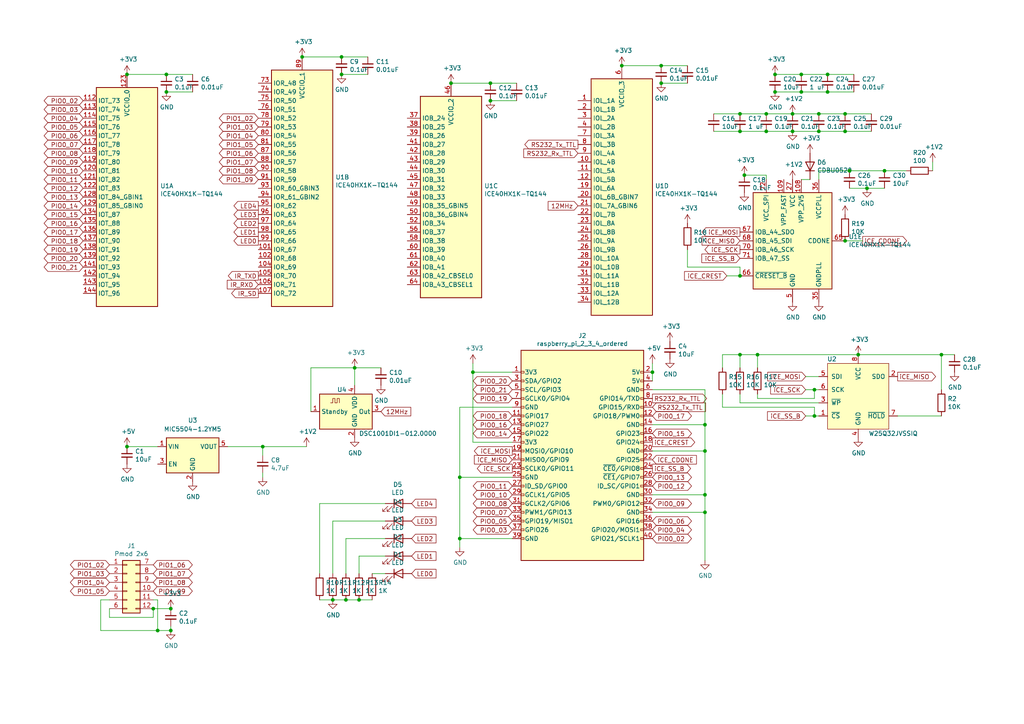
<source format=kicad_sch>
(kicad_sch (version 20211123) (generator eeschema)
  (paper "A4")
  (title_block (title "ice4pi-2.2"))
  (junction (at 189.23 107.95))
  (junction (at 237.49 33.02))
  (junction (at 99.06 21.59))
  (junction (at 251.46 54.61))
  (junction (at 142.24 29.21))
  (junction (at 96.52 173.99))
  (junction (at 133.35 156.21))
  (junction (at 48.26 26.67))
  (junction (at 44.45 176.53))
  (junction (at 36.83 21.59))
  (junction (at 214.63 38.1))
  (junction (at 191.77 24.13))
  (junction (at 130.81 24.13))
  (junction (at 48.26 21.59))
  (junction (at 100.33 173.99))
  (junction (at 248.92 102.87))
  (junction (at 240.03 26.67))
  (junction (at 232.41 26.67))
  (junction (at 222.25 33.02))
  (junction (at 215.9 50.8))
  (junction (at 133.35 138.43))
  (junction (at 214.63 33.02))
  (junction (at 214.63 102.87))
  (junction (at 245.11 33.02))
  (junction (at 219.71 102.87))
  (junction (at 222.25 38.1))
  (junction (at 236.22 113.03))
  (junction (at 49.53 176.53))
  (junction (at 245.11 38.1))
  (junction (at 204.47 123.19))
  (junction (at 214.63 80.01))
  (junction (at 245.11 69.85))
  (junction (at 229.87 38.1))
  (junction (at 49.53 182.88))
  (junction (at 229.87 33.02))
  (junction (at 232.41 21.59))
  (junction (at 273.05 102.87))
  (junction (at 102.87 106.68))
  (junction (at 36.83 129.54))
  (junction (at 237.49 38.1))
  (junction (at 191.77 19.05))
  (junction (at 256.54 49.53))
  (junction (at 224.79 21.59))
  (junction (at 87.63 16.51))
  (junction (at 236.22 120.65))
  (junction (at 246.38 49.53))
  (junction (at 240.03 21.59))
  (junction (at 76.2 129.54))
  (junction (at 180.34 19.05))
  (junction (at 137.16 107.95))
  (junction (at 224.79 26.67))
  (junction (at 204.47 148.59))
  (junction (at 99.06 16.51))
  (junction (at 104.14 173.99))
  (junction (at 45.72 182.88))
  (junction (at 204.47 130.81))
  (junction (at 142.24 24.13))
  (junction (at 204.47 143.51))
  (wire (pts (xy 90.17 106.68) (xy 90.17 119.38)))
  (wire (pts (xy 45.72 182.88) (xy 49.53 182.88)))
  (wire (pts (xy 237.49 49.53) (xy 246.38 49.53)))
  (wire (pts (xy 137.16 107.95) (xy 137.16 105.41)))
  (wire (pts (xy 99.06 21.59) (xy 106.68 21.59)))
  (wire (pts (xy 232.41 26.67) (xy 240.03 26.67)))
  (wire (pts (xy 189.23 113.03) (xy 204.47 113.03)))
  (wire (pts (xy 273.05 113.03) (xy 273.05 102.87)))
  (wire (pts (xy 189.23 107.95) (xy 189.23 105.41)))
  (wire (pts (xy 96.52 151.13) (xy 96.52 166.37)))
  (wire (pts (xy 245.11 38.1) (xy 252.73 38.1)))
  (wire (pts (xy 133.35 156.21) (xy 133.35 158.75)))
  (wire (pts (xy 55.88 21.59) (xy 48.26 21.59)))
  (wire (pts (xy 111.76 151.13) (xy 96.52 151.13)))
  (wire (pts (xy 107.95 173.99) (xy 104.14 173.99)))
  (wire (pts (xy 237.49 38.1) (xy 245.11 38.1)))
  (wire (pts (xy 96.52 173.99) (xy 92.71 173.99)))
  (wire (pts (xy 245.11 33.02) (xy 252.73 33.02)))
  (wire (pts (xy 76.2 138.43) (xy 76.2 137.16)))
  (wire (pts (xy 29.21 173.99) (xy 29.21 182.88)))
  (wire (pts (xy 222.25 33.02) (xy 229.87 33.02)))
  (wire (pts (xy 44.45 179.07) (xy 44.45 176.53)))
  (wire (pts (xy 199.39 72.39) (xy 199.39 77.47)))
  (wire (pts (xy 214.63 77.47) (xy 214.63 80.01)))
  (wire (pts (xy 142.24 24.13) (xy 130.81 24.13)))
  (wire (pts (xy 207.01 38.1) (xy 214.63 38.1)))
  (wire (pts (xy 219.71 102.87) (xy 248.92 102.87)))
  (wire (pts (xy 214.63 38.1) (xy 222.25 38.1)))
  (wire (pts (xy 102.87 106.68) (xy 110.49 106.68)))
  (wire (pts (xy 149.86 24.13) (xy 142.24 24.13)))
  (wire (pts (xy 214.63 106.68) (xy 214.63 102.87)))
  (wire (pts (xy 229.87 38.1) (xy 237.49 38.1)))
  (wire (pts (xy 219.71 115.57) (xy 219.71 114.3)))
  (wire (pts (xy 92.71 166.37) (xy 92.71 146.05)))
  (wire (pts (xy 44.45 176.53) (xy 49.53 176.53)))
  (wire (pts (xy 256.54 49.53) (xy 246.38 49.53)))
  (wire (pts (xy 273.05 102.87) (xy 248.92 102.87)))
  (wire (pts (xy 214.63 116.84) (xy 214.63 114.3)))
  (wire (pts (xy 48.26 21.59) (xy 36.83 21.59)))
  (wire (pts (xy 204.47 143.51) (xy 204.47 148.59)))
  (wire (pts (xy 236.22 120.65) (xy 236.22 118.11)))
  (wire (pts (xy 250.19 69.85) (xy 245.11 69.85)))
  (wire (pts (xy 133.35 138.43) (xy 133.35 156.21)))
  (wire (pts (xy 148.59 138.43) (xy 133.35 138.43)))
  (wire (pts (xy 31.75 179.07) (xy 44.45 179.07)))
  (wire (pts (xy 270.51 46.99) (xy 270.51 49.53)))
  (wire (pts (xy 209.55 106.68) (xy 209.55 102.87)))
  (wire (pts (xy 100.33 156.21) (xy 100.33 166.37)))
  (wire (pts (xy 189.23 107.95) (xy 189.23 110.49)))
  (wire (pts (xy 137.16 128.27) (xy 148.59 128.27)))
  (wire (pts (xy 222.25 38.1) (xy 229.87 38.1)))
  (wire (pts (xy 219.71 106.68) (xy 219.71 102.87)))
  (wire (pts (xy 106.68 16.51) (xy 99.06 16.51)))
  (wire (pts (xy 237.49 52.07) (xy 237.49 49.53)))
  (wire (pts (xy 237.49 113.03) (xy 236.22 113.03)))
  (wire (pts (xy 48.26 26.67) (xy 55.88 26.67)))
  (wire (pts (xy 209.55 102.87) (xy 214.63 102.87)))
  (wire (pts (xy 189.23 143.51) (xy 204.47 143.51)))
  (wire (pts (xy 107.95 166.37) (xy 111.76 166.37)))
  (wire (pts (xy 232.41 21.59) (xy 240.03 21.59)))
  (wire (pts (xy 240.03 21.59) (xy 247.65 21.59)))
  (wire (pts (xy 66.04 129.54) (xy 76.2 129.54)))
  (wire (pts (xy 45.72 173.99) (xy 44.45 173.99)))
  (wire (pts (xy 224.79 26.67) (xy 232.41 26.67)))
  (wire (pts (xy 137.16 107.95) (xy 137.16 128.27)))
  (wire (pts (xy 148.59 156.21) (xy 133.35 156.21)))
  (wire (pts (xy 76.2 132.08) (xy 76.2 129.54)))
  (wire (pts (xy 204.47 123.19) (xy 204.47 130.81)))
  (wire (pts (xy 189.23 148.59) (xy 204.47 148.59)))
  (wire (pts (xy 49.53 182.88) (xy 49.53 181.61)))
  (wire (pts (xy 29.21 182.88) (xy 45.72 182.88)))
  (wire (pts (xy 142.24 29.21) (xy 149.86 29.21)))
  (wire (pts (xy 251.46 54.61) (xy 256.54 54.61)))
  (wire (pts (xy 100.33 173.99) (xy 96.52 173.99)))
  (wire (pts (xy 99.06 16.51) (xy 87.63 16.51)))
  (wire (pts (xy 260.35 120.65) (xy 273.05 120.65)))
  (wire (pts (xy 189.23 130.81) (xy 204.47 130.81)))
  (wire (pts (xy 207.01 33.02) (xy 214.63 33.02)))
  (wire (pts (xy 224.79 21.59) (xy 232.41 21.59)))
  (wire (pts (xy 148.59 107.95) (xy 137.16 107.95)))
  (wire (pts (xy 236.22 118.11) (xy 209.55 118.11)))
  (wire (pts (xy 111.76 156.21) (xy 100.33 156.21)))
  (wire (pts (xy 209.55 118.11) (xy 209.55 114.3)))
  (wire (pts (xy 191.77 24.13) (xy 199.39 24.13)))
  (wire (pts (xy 237.49 120.65) (xy 236.22 120.65)))
  (wire (pts (xy 36.83 129.54) (xy 45.72 129.54)))
  (wire (pts (xy 92.71 146.05) (xy 111.76 146.05)))
  (wire (pts (xy 214.63 33.02) (xy 222.25 33.02)))
  (wire (pts (xy 199.39 77.47) (xy 214.63 77.47)))
  (wire (pts (xy 229.87 33.02) (xy 237.49 33.02)))
  (wire (pts (xy 236.22 115.57) (xy 219.71 115.57)))
  (wire (pts (xy 237.49 33.02) (xy 245.11 33.02)))
  (wire (pts (xy 222.25 52.07) (xy 222.25 50.8)))
  (wire (pts (xy 102.87 106.68) (xy 90.17 106.68)))
  (wire (pts (xy 276.86 102.87) (xy 273.05 102.87)))
  (wire (pts (xy 262.89 49.53) (xy 256.54 49.53)))
  (wire (pts (xy 237.49 109.22) (xy 233.68 109.22)))
  (wire (pts (xy 148.59 118.11) (xy 133.35 118.11)))
  (wire (pts (xy 204.47 130.81) (xy 204.47 143.51)))
  (wire (pts (xy 246.38 54.61) (xy 251.46 54.61)))
  (wire (pts (xy 191.77 19.05) (xy 180.34 19.05)))
  (wire (pts (xy 232.41 52.07) (xy 234.95 52.07)))
  (wire (pts (xy 102.87 111.76) (xy 102.87 106.68)))
  (wire (pts (xy 199.39 19.05) (xy 191.77 19.05)))
  (wire (pts (xy 204.47 162.56) (xy 204.47 148.59)))
  (wire (pts (xy 111.76 161.29) (xy 104.14 161.29)))
  (wire (pts (xy 31.75 176.53) (xy 31.75 179.07)))
  (wire (pts (xy 189.23 123.19) (xy 204.47 123.19)))
  (wire (pts (xy 236.22 113.03) (xy 233.68 113.03)))
  (wire (pts (xy 222.25 50.8) (xy 215.9 50.8)))
  (wire (pts (xy 76.2 129.54) (xy 88.9 129.54)))
  (wire (pts (xy 214.63 102.87) (xy 219.71 102.87)))
  (wire (pts (xy 240.03 26.67) (xy 247.65 26.67)))
  (wire (pts (xy 45.72 182.88) (xy 45.72 173.99)))
  (wire (pts (xy 214.63 116.84) (xy 237.49 116.84)))
  (wire (pts (xy 236.22 120.65) (xy 233.68 120.65)))
  (wire (pts (xy 214.63 80.01) (xy 210.82 80.01)))
  (wire (pts (xy 204.47 113.03) (xy 204.47 123.19)))
  (wire (pts (xy 236.22 113.03) (xy 236.22 115.57)))
  (wire (pts (xy 104.14 173.99) (xy 100.33 173.99)))
  (wire (pts (xy 133.35 118.11) (xy 133.35 138.43)))
  (wire (pts (xy 31.75 173.99) (xy 29.21 173.99)))
  (wire (pts (xy 104.14 161.29) (xy 104.14 166.37)))
  (global_label "PIO0_07" (shape bidirectional) (at 24.13 41.91 180) (property "Intersheet References" "${INTERSHEET_REFS}" (effects hide)))
  (global_label "PIO1_03" (shape bidirectional) (at 74.93 36.83 180) (property "Intersheet References" "${INTERSHEET_REFS}" (effects hide)))
  (global_label "iCE_MOSI" (shape output) (at 148.59 130.81 180) (property "Intersheet References" "${INTERSHEET_REFS}" (effects hide)))
  (global_label "PIO1_08" (shape bidirectional) (at 74.93 49.53 180) (property "Intersheet References" "${INTERSHEET_REFS}" (effects hide)))
  (global_label "LED3" (shape input) (at 119.38 151.13 0) (property "Intersheet References" "${INTERSHEET_REFS}" (effects hide)))
  (global_label "iCE_CREST" (shape output) (at 189.23 128.27 0) (property "Intersheet References" "${INTERSHEET_REFS}" (effects hide)))
  (global_label "PIO0_18" (shape bidirectional) (at 24.13 69.85 180) (property "Intersheet References" "${INTERSHEET_REFS}" (effects hide)))
  (global_label "PIO0_18" (shape bidirectional) (at 148.59 120.65 180) (property "Intersheet References" "${INTERSHEET_REFS}" (effects hide)))
  (global_label "PIO0_15" (shape bidirectional) (at 189.23 125.73 0) (property "Intersheet References" "${INTERSHEET_REFS}" (effects hide)))
  (global_label "PIO0_17" (shape bidirectional) (at 189.23 120.65 0) (property "Intersheet References" "${INTERSHEET_REFS}" (effects hide)))
  (global_label "LED1" (shape input) (at 119.38 161.29 0) (property "Intersheet References" "${INTERSHEET_REFS}" (effects hide)))
  (global_label "PIO0_05" (shape bidirectional) (at 24.13 36.83 180) (property "Intersheet References" "${INTERSHEET_REFS}" (effects hide)))
  (global_label "PIO0_20" (shape bidirectional) (at 148.59 110.49 180) (property "Intersheet References" "${INTERSHEET_REFS}" (effects hide)))
  (global_label "LED0" (shape output) (at 74.93 69.85 180) (property "Intersheet References" "${INTERSHEET_REFS}" (effects hide)))
  (global_label "PIO1_06" (shape bidirectional) (at 74.93 44.45 180) (property "Intersheet References" "${INTERSHEET_REFS}" (effects hide)))
  (global_label "PIO0_11" (shape bidirectional) (at 148.59 140.97 180) (property "Intersheet References" "${INTERSHEET_REFS}" (effects hide)))
  (global_label "PIO0_08" (shape bidirectional) (at 148.59 146.05 180) (property "Intersheet References" "${INTERSHEET_REFS}" (effects hide)))
  (global_label "PIO1_09" (shape bidirectional) (at 44.45 171.45 0) (property "Intersheet References" "${INTERSHEET_REFS}" (effects hide)))
  (global_label "iCE_CDONE" (shape output) (at 250.19 69.85 0) (property "Intersheet References" "${INTERSHEET_REFS}" (effects hide)))
  (global_label "iCE_MOSI" (shape output) (at 214.63 67.31 180) (property "Intersheet References" "${INTERSHEET_REFS}" (effects hide)))
  (global_label "PIO0_02" (shape bidirectional) (at 189.23 156.21 0) (property "Intersheet References" "${INTERSHEET_REFS}" (effects hide)))
  (global_label "iCE_MISO" (shape output) (at 260.35 109.22 0) (property "Intersheet References" "${INTERSHEET_REFS}" (effects hide)))
  (global_label "iCE_MISO" (shape input) (at 214.63 69.85 180) (property "Intersheet References" "${INTERSHEET_REFS}" (effects hide)))
  (global_label "PIO1_04" (shape bidirectional) (at 74.93 39.37 180) (property "Intersheet References" "${INTERSHEET_REFS}" (effects hide)))
  (global_label "PIO0_08" (shape bidirectional) (at 24.13 44.45 180) (property "Intersheet References" "${INTERSHEET_REFS}" (effects hide)))
  (global_label "PIO0_06" (shape bidirectional) (at 24.13 39.37 180) (property "Intersheet References" "${INTERSHEET_REFS}" (effects hide)))
  (global_label "12MHz" (shape input) (at 110.49 119.38 0) (property "Intersheet References" "${INTERSHEET_REFS}" (effects hide)))
  (global_label "LED4" (shape input) (at 119.38 146.05 0) (property "Intersheet References" "${INTERSHEET_REFS}" (effects hide)))
  (global_label "LED2" (shape input) (at 119.38 156.21 0) (property "Intersheet References" "${INTERSHEET_REFS}" (effects hide)))
  (global_label "PIO0_06" (shape bidirectional) (at 189.23 151.13 0) (property "Intersheet References" "${INTERSHEET_REFS}" (effects hide)))
  (global_label "PIO0_04" (shape bidirectional) (at 189.23 153.67 0) (property "Intersheet References" "${INTERSHEET_REFS}" (effects hide)))
  (global_label "PIO0_10" (shape bidirectional) (at 148.59 143.51 180) (property "Intersheet References" "${INTERSHEET_REFS}" (effects hide)))
  (global_label "IR_RXD" (shape input) (at 74.93 82.55 180) (property "Intersheet References" "${INTERSHEET_REFS}" (effects hide)))
  (global_label "PIO0_11" (shape bidirectional) (at 24.13 52.07 180) (property "Intersheet References" "${INTERSHEET_REFS}" (effects hide)))
  (global_label "PIO0_12" (shape bidirectional) (at 189.23 140.97 0) (property "Intersheet References" "${INTERSHEET_REFS}" (effects hide)))
  (global_label "iCE_SCK" (shape output) (at 148.59 135.89 180) (property "Intersheet References" "${INTERSHEET_REFS}" (effects hide)))
  (global_label "LED2" (shape output) (at 74.93 64.77 180) (property "Intersheet References" "${INTERSHEET_REFS}" (effects hide)))
  (global_label "PIO0_20" (shape bidirectional) (at 24.13 74.93 180) (property "Intersheet References" "${INTERSHEET_REFS}" (effects hide)))
  (global_label "PIO1_07" (shape bidirectional) (at 44.45 166.37 0) (property "Intersheet References" "${INTERSHEET_REFS}" (effects hide)))
  (global_label "RS232_Rx_TTL" (shape input) (at 167.64 44.45 180) (property "Intersheet References" "${INTERSHEET_REFS}" (effects hide)))
  (global_label "PIO0_14" (shape bidirectional) (at 148.59 125.73 180) (property "Intersheet References" "${INTERSHEET_REFS}" (effects hide)))
  (global_label "PIO0_02" (shape bidirectional) (at 24.13 29.21 180) (property "Intersheet References" "${INTERSHEET_REFS}" (effects hide)))
  (global_label "PIO1_07" (shape bidirectional) (at 74.93 46.99 180) (property "Intersheet References" "${INTERSHEET_REFS}" (effects hide)))
  (global_label "iCE_SS_B" (shape input) (at 214.63 74.93 180) (property "Intersheet References" "${INTERSHEET_REFS}" (effects hide)))
  (global_label "PIO0_05" (shape bidirectional) (at 148.59 151.13 180) (property "Intersheet References" "${INTERSHEET_REFS}" (effects hide)))
  (global_label "IR_TXD" (shape output) (at 74.93 80.01 180) (property "Intersheet References" "${INTERSHEET_REFS}" (effects hide)))
  (global_label "LED1" (shape output) (at 74.93 67.31 180) (property "Intersheet References" "${INTERSHEET_REFS}" (effects hide)))
  (global_label "IR_SD" (shape output) (at 74.93 85.09 180) (property "Intersheet References" "${INTERSHEET_REFS}" (effects hide)))
  (global_label "PIO0_09" (shape bidirectional) (at 189.23 146.05 0) (property "Intersheet References" "${INTERSHEET_REFS}" (effects hide)))
  (global_label "PIO0_04" (shape bidirectional) (at 24.13 34.29 180) (property "Intersheet References" "${INTERSHEET_REFS}" (effects hide)))
  (global_label "PIO1_05" (shape bidirectional) (at 31.75 171.45 180) (property "Intersheet References" "${INTERSHEET_REFS}" (effects hide)))
  (global_label "iCE_SS_B" (shape input) (at 233.68 120.65 180) (property "Intersheet References" "${INTERSHEET_REFS}" (effects hide)))
  (global_label "PIO0_07" (shape bidirectional) (at 148.59 148.59 180) (property "Intersheet References" "${INTERSHEET_REFS}" (effects hide)))
  (global_label "PIO0_19" (shape bidirectional) (at 24.13 72.39 180) (property "Intersheet References" "${INTERSHEET_REFS}" (effects hide)))
  (global_label "PIO1_09" (shape bidirectional) (at 74.93 52.07 180) (property "Intersheet References" "${INTERSHEET_REFS}" (effects hide)))
  (global_label "PIO0_10" (shape bidirectional) (at 24.13 49.53 180) (property "Intersheet References" "${INTERSHEET_REFS}" (effects hide)))
  (global_label "PIO1_06" (shape bidirectional) (at 44.45 163.83 0) (property "Intersheet References" "${INTERSHEET_REFS}" (effects hide)))
  (global_label "LED4" (shape output) (at 74.93 59.69 180) (property "Intersheet References" "${INTERSHEET_REFS}" (effects hide)))
  (global_label "iCE_SCK" (shape output) (at 214.63 72.39 180) (property "Intersheet References" "${INTERSHEET_REFS}" (effects hide)))
  (global_label "PIO1_02" (shape bidirectional) (at 31.75 163.83 180) (property "Intersheet References" "${INTERSHEET_REFS}" (effects hide)))
  (global_label "iCE_MISO" (shape input) (at 148.59 133.35 180) (property "Intersheet References" "${INTERSHEET_REFS}" (effects hide)))
  (global_label "PIO0_15" (shape bidirectional) (at 24.13 62.23 180) (property "Intersheet References" "${INTERSHEET_REFS}" (effects hide)))
  (global_label "PIO1_03" (shape bidirectional) (at 31.75 166.37 180) (property "Intersheet References" "${INTERSHEET_REFS}" (effects hide)))
  (global_label "LED0" (shape input) (at 119.38 166.37 0) (property "Intersheet References" "${INTERSHEET_REFS}" (effects hide)))
  (global_label "iCE_CREST" (shape input) (at 210.82 80.01 180) (property "Intersheet References" "${INTERSHEET_REFS}" (effects hide)))
  (global_label "RS232_Rx_TTL" (shape output) (at 189.23 115.57 0) (property "Intersheet References" "${INTERSHEET_REFS}" (effects hide)))
  (global_label "PIO0_19" (shape bidirectional) (at 148.59 115.57 180) (property "Intersheet References" "${INTERSHEET_REFS}" (effects hide)))
  (global_label "LED3" (shape output) (at 74.93 62.23 180) (property "Intersheet References" "${INTERSHEET_REFS}" (effects hide)))
  (global_label "PIO1_05" (shape bidirectional) (at 74.93 41.91 180) (property "Intersheet References" "${INTERSHEET_REFS}" (effects hide)))
  (global_label "iCE_SCK" (shape input) (at 233.68 113.03 180) (property "Intersheet References" "${INTERSHEET_REFS}" (effects hide)))
  (global_label "PIO1_04" (shape bidirectional) (at 31.75 168.91 180) (property "Intersheet References" "${INTERSHEET_REFS}" (effects hide)))
  (global_label "RS232_Tx_TTL" (shape output) (at 167.64 41.91 180) (property "Intersheet References" "${INTERSHEET_REFS}" (effects hide)))
  (global_label "iCE_MOSI" (shape input) (at 233.68 109.22 180) (property "Intersheet References" "${INTERSHEET_REFS}" (effects hide)))
  (global_label "PIO0_17" (shape bidirectional) (at 24.13 67.31 180) (property "Intersheet References" "${INTERSHEET_REFS}" (effects hide)))
  (global_label "PIO0_14" (shape bidirectional) (at 24.13 59.69 180) (property "Intersheet References" "${INTERSHEET_REFS}" (effects hide)))
  (global_label "PIO0_03" (shape bidirectional) (at 24.13 31.75 180) (property "Intersheet References" "${INTERSHEET_REFS}" (effects hide)))
  (global_label "PIO1_08" (shape bidirectional) (at 44.45 168.91 0) (property "Intersheet References" "${INTERSHEET_REFS}" (effects hide)))
  (global_label "iCE_SS_B" (shape output) (at 189.23 135.89 0) (property "Intersheet References" "${INTERSHEET_REFS}" (effects hide)))
  (global_label "PIO0_16" (shape bidirectional) (at 24.13 64.77 180) (property "Intersheet References" "${INTERSHEET_REFS}" (effects hide)))
  (global_label "PIO0_12" (shape bidirectional) (at 24.13 54.61 180) (property "Intersheet References" "${INTERSHEET_REFS}" (effects hide)))
  (global_label "PIO0_03" (shape bidirectional) (at 148.59 153.67 180) (property "Intersheet References" "${INTERSHEET_REFS}" (effects hide)))
  (global_label "PIO1_02" (shape bidirectional) (at 74.93 34.29 180) (property "Intersheet References" "${INTERSHEET_REFS}" (effects hide)))
  (global_label "PIO0_16" (shape bidirectional) (at 148.59 123.19 180) (property "Intersheet References" "${INTERSHEET_REFS}" (effects hide)))
  (global_label "iCE_CDONE" (shape input) (at 189.23 133.35 0) (property "Intersheet References" "${INTERSHEET_REFS}" (effects hide)))
  (global_label "RS232_Tx_TTL" (shape input) (at 189.23 118.11 0) (property "Intersheet References" "${INTERSHEET_REFS}" (effects hide)))
  (global_label "PIO0_21" (shape bidirectional) (at 24.13 77.47 180) (property "Intersheet References" "${INTERSHEET_REFS}" (effects hide)))
  (global_label "PIO0_21" (shape bidirectional) (at 148.59 113.03 180) (property "Intersheet References" "${INTERSHEET_REFS}" (effects hide)))
  (global_label "PIO0_13" (shape bidirectional) (at 189.23 138.43 0) (property "Intersheet References" "${INTERSHEET_REFS}" (effects hide)))
  (global_label "PIO0_09" (shape bidirectional) (at 24.13 46.99 180) (property "Intersheet References" "${INTERSHEET_REFS}" (effects hide)))
  (global_label "12MHz" (shape input) (at 167.64 59.69 180) (property "Intersheet References" "${INTERSHEET_REFS}" (effects hide)))
  (global_label "PIO0_13" (shape bidirectional) (at 24.13 57.15 180) (property "Intersheet References" "${INTERSHEET_REFS}" (effects hide)))
  (symbol (lib_id "FPGA_Lattice:ICE40HX1K-TQ144") (at 36.83 57.15 0) (unit 1)
    (property "Reference" "U1" (at 46.482 53.9242 0) (effects (justify left)))
    (property "Value" "ICE40HX1K-TQ144" (at 46.482 56.2356 0) (effects (justify left)))
    (property "Footprint" "Package_QFP:TQFP-144_20x20mm_P0.5mm" (effects hide))
    (property "Datasheet" "http://www.latticesemi.com/Products/FPGAandCPLD/iCE40" (effects hide))
  )
  (symbol (lib_id "FPGA_Lattice:ICE40HX1K-TQ144") (at 87.63 54.61 0) (unit 2)
    (property "Reference" "U1" (at 97.282 51.3842 0) (effects (justify left)))
    (property "Value" "ICE40HX1K-TQ144" (at 97.282 53.6956 0) (effects (justify left)))
    (property "Footprint" "Package_QFP:TQFP-144_20x20mm_P0.5mm" (effects hide))
    (property "Datasheet" "http://www.latticesemi.com/Products/FPGAandCPLD/iCE40" (effects hide))
  )
  (symbol (lib_id "FPGA_Lattice:ICE40HX1K-TQ144") (at 130.81 57.15 0) (unit 3)
    (property "Reference" "U1" (at 140.462 53.9242 0) (effects (justify left)))
    (property "Value" "ICE40HX1K-TQ144" (at 140.462 56.2356 0) (effects (justify left)))
    (property "Footprint" "Package_QFP:TQFP-144_20x20mm_P0.5mm" (effects hide))
    (property "Datasheet" "http://www.latticesemi.com/Products/FPGAandCPLD/iCE40" (effects hide))
  )
  (symbol (lib_id "FPGA_Lattice:ICE40HX1K-TQ144") (at 180.34 57.15 0) (unit 4)
    (property "Reference" "U1" (at 189.992 53.9242 0) (effects (justify left)))
    (property "Value" "ICE40HX1K-TQ144" (at 189.992 56.2356 0) (effects (justify left)))
    (property "Footprint" "Package_QFP:TQFP-144_20x20mm_P0.5mm" (effects hide))
    (property "Datasheet" "http://www.latticesemi.com/Products/FPGAandCPLD/iCE40" (effects hide))
    (property "PN" "ICE40HX1K-TQ144" (effects hide))
  )
  (symbol (lib_id "FPGA_Lattice:ICE40HX1K-TQ144") (at 229.87 69.85 0) (unit 5)
    (property "Reference" "U1" (at 246.1514 68.6816 0) (effects (justify left)))
    (property "Value" "ICE40HX1K-TQ144" (at 246.1514 70.993 0) (effects (justify left)))
    (property "Footprint" "Package_QFP:TQFP-144_20x20mm_P0.5mm" (effects hide))
    (property "Datasheet" "http://www.latticesemi.com/Products/FPGAandCPLD/iCE40" (effects hide))
  )
  (symbol (lib_id "power:GND") (at 229.87 87.63 0) (unit 1)
    (property "Reference" "#PWR0101" (effects hide))
    (property "Value" "GND" (at 229.997 92.0242 0))
  )
  (symbol (lib_id "ice4pi:N25Q032A13ESC40F") (at 248.92 115.57 0) (unit 1)
    (property "Reference" "U2" (at 241.3 104.14 0))
    (property "Value" "W25Q32JVSSIQ" (at 259.08 125.73 0))
    (property "Footprint" "Package_SO:SOIC-8_3.9x4.9mm_P1.27mm" (effects hide))
    (property "PN" "W25Q32JVSNIQ" (effects hide))
  )
  (symbol (lib_id "power:GND") (at 248.92 127 0) (unit 1)
    (property "Reference" "#PWR0102" (effects hide))
    (property "Value" "GND" (at 249.047 131.3942 0))
  )
  (symbol (lib_id "power:+3.3V") (at 248.92 102.87 0) (unit 1)
    (property "Reference" "#PWR0103" (effects hide))
    (property "Value" "+3.3V" (at 249.301 98.4758 0))
  )
  (symbol (lib_id "Device:R") (at 273.05 116.84 0) (unit 1)
    (property "Reference" "R2" (at 274.828 115.6716 0) (effects (justify left)))
    (property "Value" "10K" (at 274.828 117.983 0) (effects (justify left)))
    (property "Footprint" "Resistor_SMD:R_0402_1005Metric" (effects hide))
    (property "PN" "ERJ-2GEJ103X" (effects hide))
  )
  (symbol (lib_id "Oscillator:ASDMB-xxxMHz") (at 100.33 119.38 0) (unit 1)
    (property "Reference" "U4" (at 97.79 113.03 0) (effects (justify left)))
    (property "Value" "DSC1001DI1-012.0000" (at 104.14 125.73 0) (effects (justify left)))
    (property "Footprint" "Oscillator:Oscillator_SMD_Abracon_ASDMB-4Pin_2.5x2.0mm" (effects hide))
    (property "Datasheet" "https://abracon.com/Oscillators/ASDMB.pdf" (effects hide))
    (property "PN" "DSC1001DI1-012.0000 " (effects hide))
  )
  (symbol (lib_id "power:GND") (at 102.87 127 0) (unit 1)
    (property "Reference" "#PWR0104" (effects hide))
    (property "Value" "GND" (at 102.997 131.3942 0))
  )
  (symbol (lib_id "power:+3.3V") (at 102.87 106.68 0) (unit 1)
    (property "Reference" "#PWR0105" (effects hide))
    (property "Value" "+3.3V" (at 103.251 102.2858 0))
  )
  (symbol (lib_id "Device:C_Small") (at 110.49 109.22 0) (unit 1)
    (property "Reference" "C10" (at 112.8268 108.0516 0) (effects (justify left)))
    (property "Value" "0.01uF" (at 112.8268 110.363 0) (effects (justify left)))
    (property "Footprint" "Capacitor_SMD:C_0402_1005Metric" (effects hide))
    (property "PN" "885012205012" (effects hide))
  )
  (symbol (lib_id "power:GND") (at 110.49 111.76 0) (unit 1)
    (property "Reference" "#PWR0106" (effects hide))
    (property "Value" "GND" (at 110.617 116.1542 0))
  )
  (symbol (lib_id "power:GND") (at 237.49 87.63 0) (unit 1)
    (property "Reference" "#PWR0107" (effects hide))
    (property "Value" "GND" (at 237.617 92.0242 0))
  )
  (symbol (lib_id "Device:C_Small") (at 246.38 52.07 0) (unit 1)
    (property "Reference" "C26" (at 248.7168 50.9016 0) (effects (justify left)))
    (property "Value" "0.1uF" (at 248.7168 53.213 0) (effects (justify left)))
    (property "Footprint" "Capacitor_SMD:C_0402_1005Metric" (effects hide))
    (property "PN" "885012205037" (effects hide))
  )
  (symbol (lib_id "Device:C_Small") (at 256.54 52.07 0) (unit 1)
    (property "Reference" "C30" (at 258.8768 50.9016 0) (effects (justify left)))
    (property "Value" "10uF" (at 258.8768 53.213 0) (effects (justify left)))
    (property "Footprint" "Capacitor_SMD:C_0402_1005Metric" (effects hide))
    (property "PN" "ZRB15XR61A106ME01D" (effects hide))
  )
  (symbol (lib_id "Device:R") (at 266.7 49.53 270) (unit 1)
    (property "Reference" "R20" (at 266.7 44.2722 90))
    (property "Value" "100" (at 266.7 46.5836 90))
    (property "Footprint" "Resistor_SMD:R_0402_1005Metric" (effects hide))
    (property "PN" "ERJ-2GEJ101X" (effects hide))
  )
  (symbol (lib_id "power:+1V2") (at 270.51 46.99 0) (unit 1)
    (property "Reference" "#PWR0108" (effects hide))
    (property "Value" "+1V2" (at 270.891 42.5958 0))
  )
  (symbol (lib_id "power:GND") (at 251.46 54.61 0) (unit 1)
    (property "Reference" "#PWR0109" (effects hide))
    (property "Value" "GND" (at 251.587 59.0042 0))
  )
  (symbol (lib_id "power:+3.3V") (at 215.9 50.8 0) (unit 1)
    (property "Reference" "#PWR0110" (effects hide))
    (property "Value" "+3.3V" (at 216.281 46.4058 0))
    (property "Footprint" "LED_SMD:LED_0402_1005Metric" (effects hide))
    (property "PN" "SML-LX0603GW-TR" (effects hide))
  )
  (symbol (lib_id "Device:C_Small") (at 215.9 53.34 0) (unit 1)
    (property "Reference" "C18" (at 218.2368 52.1716 0) (effects (justify left)))
    (property "Value" "0.1uF" (at 218.2368 54.483 0) (effects (justify left)))
    (property "Footprint" "Capacitor_SMD:C_0402_1005Metric" (effects hide))
    (property "PN" "885012205037" (effects hide))
  )
  (symbol (lib_id "power:GND") (at 215.9 55.88 0) (unit 1)
    (property "Reference" "#PWR0111" (effects hide))
    (property "Value" "GND" (at 216.027 60.2742 0))
  )
  (symbol (lib_id "Device:R") (at 214.63 110.49 0) (unit 1)
    (property "Reference" "R16" (at 216.408 109.3216 0) (effects (justify left)))
    (property "Value" "10K" (at 216.408 111.633 0) (effects (justify left)))
    (property "Footprint" "Resistor_SMD:R_0402_1005Metric" (effects hide))
    (property "PN" "ERJ-2GEJ103X" (effects hide))
  )
  (symbol (lib_id "Device:R") (at 219.71 110.49 0) (unit 1)
    (property "Reference" "R17" (at 221.488 109.3216 0) (effects (justify left)))
    (property "Value" "10K" (at 221.488 111.633 0) (effects (justify left)))
    (property "Footprint" "Resistor_SMD:R_0402_1005Metric" (effects hide))
    (property "PN" "ERJ-2GEJ103X" (effects hide))
  )
  (symbol (lib_id "Device:R") (at 209.55 110.49 0) (unit 1)
    (property "Reference" "R15" (at 211.328 109.3216 0) (effects (justify left)))
    (property "Value" "10K" (at 211.328 111.633 0) (effects (justify left)))
    (property "Footprint" "Resistor_SMD:R_0402_1005Metric" (effects hide))
    (property "PN" "ERJ-2GEJ103X" (effects hide))
  )
  (symbol (lib_id "Device:C_Small") (at 276.86 105.41 0) (unit 1)
    (property "Reference" "C28" (at 279.1968 104.2416 0) (effects (justify left)))
    (property "Value" "0.1uF" (at 279.1968 106.553 0) (effects (justify left)))
    (property "Footprint" "Capacitor_SMD:C_0402_1005Metric" (effects hide))
    (property "PN" "885012205037" (effects hide))
  )
  (symbol (lib_id "power:GND") (at 276.86 107.95 0) (unit 1)
    (property "Reference" "#PWR0112" (effects hide))
    (property "Value" "GND" (at 276.987 112.3442 0))
  )
  (symbol (lib_id "power:+1V2") (at 229.87 33.02 0) (unit 1)
    (property "Reference" "#PWR0113" (effects hide))
    (property "Value" "+1V2" (at 230.251 28.6258 0))
  )
  (symbol (lib_id "Device:C_Small") (at 222.25 35.56 0) (unit 1)
    (property "Reference" "C19" (at 224.5868 34.3916 0) (effects (justify left)))
    (property "Value" "0.1uF" (at 224.5868 36.703 0) (effects (justify left)))
    (property "Footprint" "Capacitor_SMD:C_0402_1005Metric" (effects hide))
    (property "PN" "885012205037" (effects hide))
  )
  (symbol (lib_id "Device:C_Small") (at 229.87 35.56 0) (unit 1)
    (property "Reference" "C21" (at 232.2068 34.3916 0) (effects (justify left)))
    (property "Value" "0.1uF" (at 232.2068 36.703 0) (effects (justify left)))
    (property "Footprint" "Capacitor_SMD:C_0402_1005Metric" (effects hide))
    (property "PN" "885012205037" (effects hide))
  )
  (symbol (lib_id "Device:C_Small") (at 237.49 35.56 0) (unit 1)
    (property "Reference" "C23" (at 239.8268 34.3916 0) (effects (justify left)))
    (property "Value" "0.1uF" (at 239.8268 36.703 0) (effects (justify left)))
    (property "Footprint" "Capacitor_SMD:C_0402_1005Metric" (effects hide))
    (property "PN" "885012205037" (effects hide))
  )
  (symbol (lib_id "Device:C_Small") (at 245.11 35.56 0) (unit 1)
    (property "Reference" "C25" (at 247.4468 34.3916 0) (effects (justify left)))
    (property "Value" "0.1uF" (at 247.4468 36.703 0) (effects (justify left)))
    (property "Footprint" "Capacitor_SMD:C_0402_1005Metric" (effects hide))
    (property "PN" "885012205037" (effects hide))
  )
  (symbol (lib_id "Device:C_Small") (at 252.73 35.56 0) (unit 1)
    (property "Reference" "C29" (at 255.0668 34.3916 0) (effects (justify left)))
    (property "Value" "0.01uF" (at 255.0668 36.703 0) (effects (justify left)))
    (property "Footprint" "Capacitor_SMD:C_0402_1005Metric" (effects hide))
    (property "PN" "885012205012" (effects hide))
  )
  (symbol (lib_id "Device:C_Small") (at 214.63 35.56 0) (unit 1)
    (property "Reference" "C17" (at 216.9668 34.3916 0) (effects (justify left)))
    (property "Value" "1 uF" (at 216.9668 36.703 0) (effects (justify left)))
    (property "Footprint" "Capacitor_SMD:C_0402_1005Metric" (effects hide))
    (property "PN" "885012105012" (effects hide))
  )
  (symbol (lib_id "Device:C_Small") (at 207.01 35.56 0) (unit 1)
    (property "Reference" "C16" (at 209.3468 34.3916 0) (effects (justify left)))
    (property "Value" "10uF" (at 209.3468 36.703 0) (effects (justify left)))
    (property "Footprint" "Capacitor_SMD:C_0402_1005Metric" (effects hide))
    (property "PN" "ZRB15XR61A106ME01D" (effects hide))
  )
  (symbol (lib_id "power:GND") (at 229.87 38.1 0) (unit 1)
    (property "Reference" "#PWR0114" (effects hide))
    (property "Value" "GND" (at 229.997 42.4942 0))
  )
  (symbol (lib_id "power:+1V2") (at 229.87 52.07 0) (unit 1)
    (property "Reference" "#PWR0115" (effects hide))
    (property "Value" "+1V2" (at 230.251 47.6758 0))
  )
  (symbol (lib_id "Device:C_Small") (at 224.79 24.13 0) (unit 1)
    (property "Reference" "C20" (at 227.1268 22.9616 0) (effects (justify left)))
    (property "Value" "10uF" (at 227.1268 25.273 0) (effects (justify left)))
    (property "Footprint" "Capacitor_SMD:C_0402_1005Metric" (effects hide))
    (property "PN" "ZRB15XR61A106ME01D" (effects hide))
  )
  (symbol (lib_id "Device:C_Small") (at 232.41 24.13 0) (unit 1)
    (property "Reference" "C22" (at 234.7468 22.9616 0) (effects (justify left)))
    (property "Value" "1 uF" (at 234.7468 25.273 0) (effects (justify left)))
    (property "Footprint" "Capacitor_SMD:C_0402_1005Metric" (effects hide))
    (property "PN" "885012105012" (effects hide))
  )
  (symbol (lib_id "Device:C_Small") (at 240.03 24.13 0) (unit 1)
    (property "Reference" "C24" (at 242.3668 22.9616 0) (effects (justify left)))
    (property "Value" "0.1uF" (at 242.3668 25.273 0) (effects (justify left)))
    (property "Footprint" "Capacitor_SMD:C_0402_1005Metric" (effects hide))
    (property "PN" "885012205037" (effects hide))
  )
  (symbol (lib_id "Device:C_Small") (at 247.65 24.13 0) (unit 1)
    (property "Reference" "C27" (at 249.9868 22.9616 0) (effects (justify left)))
    (property "Value" "0.01uF" (at 249.9868 25.273 0) (effects (justify left)))
    (property "Footprint" "Capacitor_SMD:C_0402_1005Metric" (effects hide))
    (property "PN" "885012205012" (effects hide))
  )
  (symbol (lib_id "power:GND") (at 224.79 26.67 0) (unit 1)
    (property "Reference" "#PWR0116" (effects hide))
    (property "Value" "GND" (at 224.917 31.0642 0))
  )
  (symbol (lib_id "power:+3.3V") (at 224.79 21.59 0) (unit 1)
    (property "Reference" "#PWR0117" (effects hide))
    (property "Value" "+3.3V" (at 225.171 17.1958 0))
  )
  (symbol (lib_id "power:+3.3V") (at 36.83 21.59 0) (unit 1)
    (property "Reference" "#PWR0118" (effects hide))
    (property "Value" "+3.3V" (at 37.211 17.1958 0))
  )
  (symbol (lib_id "Device:C_Small") (at 48.26 24.13 0) (unit 1)
    (property "Reference" "C3" (at 50.5968 22.9616 0) (effects (justify left)))
    (property "Value" "0.1uF" (at 50.5968 25.273 0) (effects (justify left)))
    (property "Footprint" "Capacitor_SMD:C_0402_1005Metric" (effects hide))
    (property "PN" "885012205037" (effects hide))
  )
  (symbol (lib_id "Device:C_Small") (at 55.88 24.13 0) (unit 1)
    (property "Reference" "C6" (at 58.2168 22.9616 0) (effects (justify left)))
    (property "Value" "0.01uF" (at 58.2168 25.273 0) (effects (justify left)))
    (property "Footprint" "Capacitor_SMD:C_0402_1005Metric" (effects hide))
    (property "PN" "885012205012" (effects hide))
  )
  (symbol (lib_id "power:+5V") (at 36.83 129.54 0) (unit 1)
    (property "Reference" "#PWR0129" (effects hide))
    (property "Value" "+5V" (at 37.211 125.1458 0))
  )
  (symbol (lib_id "Device:C_Small") (at 36.83 132.08 0) (unit 1)
    (property "Reference" "C1" (at 39.1668 130.9116 0) (effects (justify left)))
    (property "Value" "10uF" (at 39.1668 133.223 0) (effects (justify left)))
    (property "Footprint" "Capacitor_SMD:C_0402_1005Metric" (effects hide))
    (property "PN" "ZRB15XR61A106ME01D" (effects hide))
  )
  (symbol (lib_id "power:GND") (at 36.83 134.62 0) (unit 1)
    (property "Reference" "#PWR0130" (effects hide))
    (property "Value" "GND" (at 36.957 139.0142 0))
  )
  (symbol (lib_id "power:GND") (at 48.26 26.67 0) (unit 1)
    (property "Reference" "#PWR0119" (effects hide))
    (property "Value" "GND" (at 48.387 31.0642 0))
  )
  (symbol (lib_id "Device:C_Small") (at 99.06 19.05 0) (unit 1)
    (property "Reference" "C9" (at 101.3968 17.8816 0) (effects (justify left)))
    (property "Value" "0.1uF" (at 101.3968 20.193 0) (effects (justify left)))
    (property "Footprint" "Capacitor_SMD:C_0402_1005Metric" (effects hide))
    (property "PN" "885012205037" (effects hide))
  )
  (symbol (lib_id "Device:C_Small") (at 106.68 19.05 0) (unit 1)
    (property "Reference" "C11" (at 109.0168 17.8816 0) (effects (justify left)))
    (property "Value" "0.01uF" (at 109.0168 20.193 0) (effects (justify left)))
    (property "Footprint" "Capacitor_SMD:C_0402_1005Metric" (effects hide))
    (property "PN" "885012205012" (effects hide))
  )
  (symbol (lib_id "power:GND") (at 99.06 21.59 0) (unit 1)
    (property "Reference" "#PWR0120" (effects hide))
    (property "Value" "GND" (at 99.187 25.9842 0))
  )
  (symbol (lib_id "Device:C_Small") (at 142.24 26.67 0) (unit 1)
    (property "Reference" "C12" (at 144.5768 25.5016 0) (effects (justify left)))
    (property "Value" "0.1uF" (at 144.5768 27.813 0) (effects (justify left)))
    (property "Footprint" "Capacitor_SMD:C_0402_1005Metric" (effects hide))
    (property "PN" "885012205037" (effects hide))
  )
  (symbol (lib_id "Device:C_Small") (at 149.86 26.67 0) (unit 1)
    (property "Reference" "C13" (at 152.1968 25.5016 0) (effects (justify left)))
    (property "Value" "0.01uF" (at 152.1968 27.813 0) (effects (justify left)))
    (property "Footprint" "Capacitor_SMD:C_0402_1005Metric" (effects hide))
    (property "PN" "885012205012" (effects hide))
  )
  (symbol (lib_id "power:GND") (at 142.24 29.21 0) (unit 1)
    (property "Reference" "#PWR0121" (effects hide))
    (property "Value" "GND" (at 142.367 33.6042 0))
  )
  (symbol (lib_id "Device:C_Small") (at 191.77 21.59 0) (unit 1)
    (property "Reference" "C14" (at 194.1068 20.4216 0) (effects (justify left)))
    (property "Value" "0.1uF" (at 194.1068 22.733 0) (effects (justify left)))
    (property "Footprint" "Capacitor_SMD:C_0402_1005Metric" (effects hide))
    (property "PN" "885012205037" (effects hide))
  )
  (symbol (lib_id "Device:C_Small") (at 199.39 21.59 0) (unit 1)
    (property "Reference" "C15" (at 201.7268 20.4216 0) (effects (justify left)))
    (property "Value" "0.01uF" (at 201.7268 22.733 0) (effects (justify left)))
    (property "Footprint" "Capacitor_SMD:C_0402_1005Metric" (effects hide))
    (property "PN" "885012205012" (effects hide))
  )
  (symbol (lib_id "power:GND") (at 191.77 24.13 0) (unit 1)
    (property "Reference" "#PWR0122" (effects hide))
    (property "Value" "GND" (at 191.897 28.5242 0))
  )
  (symbol (lib_id "power:+3.3V") (at 180.34 19.05 0) (unit 1)
    (property "Reference" "#PWR0123" (effects hide))
    (property "Value" "+3.3V" (at 180.721 14.6558 0))
  )
  (symbol (lib_id "power:+3.3V") (at 130.81 24.13 0) (unit 1)
    (property "Reference" "#PWR0124" (effects hide))
    (property "Value" "+3.3V" (at 131.191 19.7358 0))
  )
  (symbol (lib_id "power:+3.3V") (at 87.63 16.51 0) (unit 1)
    (property "Reference" "#PWR0125" (effects hide))
    (property "Value" "+3.3V" (at 88.011 12.1158 0))
  )
  (symbol (lib_id "Device:R") (at 245.11 66.04 0) (unit 1)
    (property "Reference" "R19" (at 246.888 64.8716 0) (effects (justify left)))
    (property "Value" "10K" (at 246.888 67.183 0) (effects (justify left)))
    (property "Footprint" "Resistor_SMD:R_0402_1005Metric" (effects hide))
    (property "PN" "ERJ-2GEJ103X" (effects hide))
  )
  (symbol (lib_id "power:+3.3V") (at 245.11 62.23 0) (unit 1)
    (property "Reference" "#PWR0126" (effects hide))
    (property "Value" "+3.3V" (at 245.491 57.8358 0))
  )
  (symbol (lib_id "Device:LED") (at 115.57 151.13 0) (unit 1)
    (property "Reference" "D4" (at 115.3414 145.6182 0))
    (property "Value" "LED" (at 115.3414 147.9296 0))
    (property "Footprint" "LED_SMD:LED_0402_1005Metric" (effects hide))
    (property "PN" "SML-LX0603GW-TR" (effects hide))
  )
  (symbol (lib_id "Device:LED") (at 115.57 156.21 0) (unit 1)
    (property "Reference" "D3" (at 115.3414 150.6982 0))
    (property "Value" "LED" (at 115.3414 153.0096 0))
    (property "Footprint" "LED_SMD:LED_0402_1005Metric" (effects hide))
    (property "PN" "SML-LX0603GW-TR" (effects hide))
  )
  (symbol (lib_id "Device:LED") (at 115.57 161.29 0) (unit 1)
    (property "Reference" "D2" (at 115.3414 155.7782 0))
    (property "Value" "LED" (at 115.3414 158.0896 0))
    (property "Footprint" "LED_SMD:LED_0402_1005Metric" (effects hide))
    (property "PN" "SML-LX0603GW-TR" (effects hide))
  )
  (symbol (lib_id "Device:LED") (at 115.57 166.37 0) (unit 1)
    (property "Reference" "D1" (at 115.3414 160.8582 0))
    (property "Value" "LED" (at 115.3414 163.1696 0))
    (property "Footprint" "LED_SMD:LED_0402_1005Metric" (effects hide))
    (property "PN" "SML-LX0603GW-TR" (effects hide))
  )
  (symbol (lib_id "Device:R") (at 107.95 170.18 0) (unit 1)
    (property "Reference" "R14" (at 109.728 169.0116 0) (effects (justify left)))
    (property "Value" "1K" (at 109.728 171.323 0) (effects (justify left)))
    (property "Footprint" "Resistor_SMD:R_0402_1005Metric" (effects hide))
    (property "PN" "ERJ-2GEJ102X " (effects hide))
  )
  (symbol (lib_id "Device:R") (at 104.14 170.18 0) (unit 1)
    (property "Reference" "R13" (at 105.918 169.0116 0) (effects (justify left)))
    (property "Value" "1K" (at 105.918 171.323 0) (effects (justify left)))
    (property "Footprint" "Resistor_SMD:R_0402_1005Metric" (effects hide))
    (property "PN" "ERJ-2GEJ102X " (effects hide))
  )
  (symbol (lib_id "Device:R") (at 100.33 170.18 0) (unit 1)
    (property "Reference" "R12" (at 102.108 169.0116 0) (effects (justify left)))
    (property "Value" "1K" (at 102.108 171.323 0) (effects (justify left)))
    (property "Footprint" "Resistor_SMD:R_0402_1005Metric" (effects hide))
    (property "PN" "ERJ-2GEJ102X " (effects hide))
  )
  (symbol (lib_id "Device:R") (at 96.52 170.18 0) (unit 1)
    (property "Reference" "R11" (at 98.298 169.0116 0) (effects (justify left)))
    (property "Value" "1K" (at 98.298 171.323 0) (effects (justify left)))
    (property "Footprint" "Resistor_SMD:R_0402_1005Metric" (effects hide))
    (property "PN" "ERJ-2GEJ102X " (effects hide))
  )
  (symbol (lib_id "power:GND") (at 96.52 173.99 0) (unit 1)
    (property "Reference" "#PWR0127" (effects hide))
    (property "Value" "GND" (at 96.647 178.3842 0))
  )
  (symbol (lib_id "Device:LED") (at 115.57 146.05 0) (unit 1)
    (property "Reference" "D5" (at 115.3414 140.5382 0))
    (property "Value" "LED" (at 115.3414 142.8496 0))
    (property "Footprint" "LED_SMD:LED_0402_1005Metric" (effects hide))
    (property "PN" "SML-LX0603IW-TR" (effects hide))
  )
  (symbol (lib_id "Device:R") (at 92.71 170.18 0) (unit 1)
    (property "Reference" "R10" (at 94.488 169.0116 0) (effects (justify left)))
    (property "Value" "1K" (at 94.488 171.323 0) (effects (justify left)))
    (property "Footprint" "Resistor_SMD:R_0402_1005Metric" (effects hide))
    (property "PN" "ERJ-2GEJ102X " (effects hide))
  )
  (symbol (lib_id "Device:R") (at 199.39 68.58 0) (unit 1)
    (property "Reference" "R18" (at 201.168 67.4116 0) (effects (justify left)))
    (property "Value" "10K" (at 201.168 69.723 0) (effects (justify left)))
    (property "Footprint" "Resistor_SMD:R_0402_1005Metric" (effects hide))
    (property "PN" "ERJ-2GEJ103X" (effects hide))
  )
  (symbol (lib_id "power:+3.3V") (at 199.39 64.77 0) (unit 1)
    (property "Reference" "#PWR0128" (effects hide))
    (property "Value" "+3.3V" (at 199.771 60.3758 0))
  )
  (symbol (lib_id "Device:C_Small") (at 76.2 134.62 0) (unit 1)
    (property "Reference" "C8" (at 78.5368 133.4516 0) (effects (justify left)))
    (property "Value" "4.7uF" (at 78.5368 135.763 0) (effects (justify left)))
    (property "Footprint" "Capacitor_SMD:C_0402_1005Metric" (effects hide))
    (property "PN" "C1005X5R0J475M050BC" (effects hide))
  )
  (symbol (lib_id "power:GND") (at 76.2 138.43 0) (unit 1)
    (property "Reference" "#PWR0135" (effects hide))
    (property "Value" "GND" (at 76.327 142.8242 0))
  )
  (symbol (lib_id "power:+1V2") (at 88.9 129.54 0) (unit 1)
    (property "Reference" "#PWR0136" (effects hide))
    (property "Value" "+1V2" (at 89.281 125.1458 0))
  )
  (symbol (lib_id "Connector_Generic:Conn_02x06_Top_Bottom") (at 36.83 168.91 0) (unit 1)
    (property "Reference" "J1" (at 38.1 158.3182 0))
    (property "Value" "Pmod 2x6" (at 38.1 160.6296 0))
    (property "Footprint" "ice4pi:PinSocket_2x06_P2.54mm_Vertical_1to6_7to12" (effects hide))
    (property "PN" "SSW-106-01-T-D" (effects hide))
  )
  (symbol (lib_id "Device:C_Small") (at 49.53 179.07 0) (unit 1)
    (property "Reference" "C2" (at 51.8668 177.9016 0) (effects (justify left)))
    (property "Value" "0.1uF" (at 51.8668 180.213 0) (effects (justify left)))
    (property "Footprint" "Capacitor_SMD:C_0402_1005Metric" (effects hide))
    (property "PN" "885012205037" (effects hide))
  )
  (symbol (lib_id "power:GND") (at 49.53 182.88 0) (unit 1)
    (property "Reference" "#PWR0138" (effects hide))
    (property "Value" "GND" (at 49.657 187.2742 0))
  )
  (symbol (lib_id "power:+3.3V") (at 49.53 176.53 0) (unit 1)
    (property "Reference" "#PWR0139" (effects hide))
    (property "Value" "+3.3V" (at 49.911 172.1358 0))
  )
  (symbol (lib_id "power:+3.3V") (at 234.95 44.45 0) (unit 1)
    (property "Reference" "#PWR0141" (effects hide))
    (property "Value" "+3.3V" (at 235.331 40.0558 0))
  )
  (symbol (lib_id "Device:D") (at 234.95 48.26 90) (unit 1)
    (property "Reference" "D6" (at 236.982 47.0916 90) (effects (justify right)))
    (property "Value" "CDBU0520" (at 236.982 49.403 90) (effects (justify right)))
    (property "Footprint" "Diode_SMD:D_0603_1608Metric" (effects hide))
    (property "PN" "CDBU0520" (effects hide))
  )
  (symbol (lib_id "Device:C_Small") (at 194.31 101.6 0) (unit 1)
    (property "Reference" "C4" (at 196.6468 100.4316 0) (effects (justify left)))
    (property "Value" "10uF" (at 196.6468 102.743 0) (effects (justify left)))
    (property "Footprint" "Capacitor_SMD:C_0402_1005Metric" (effects hide))
    (property "PN" "ZRB15XR61A106ME01D" (effects hide))
  )
  (symbol (lib_id "power:+3.3V") (at 194.31 99.06 0) (unit 1)
    (property "Reference" "#PWR0140" (effects hide))
    (property "Value" "+3.3V" (at 194.691 94.6658 0))
  )
  (symbol (lib_id "power:GND") (at 194.31 104.14 0) (unit 1)
    (property "Reference" "#PWR0144" (effects hide))
    (property "Value" "GND" (at 194.437 108.5342 0))
  )
  (symbol (lib_id "ice4pi:raspberry_pi_2_3_4_ordered") (at 168.91 132.08 0) (unit 1)
    (property "Reference" "J2" (at 168.91 97.3582 0))
    (property "Value" "raspberry_pi_2_3_4_ordered" (at 168.91 99.6696 0))
    (property "Footprint" "ice4pi:PinSocket_2x20_P2.54mm_Vertical_1_04mm" (effects hide))
    (property "Datasheet" "https://www.raspberrypi.org/documentation/hardware/raspberrypi/schematics/rpi_SCH_3bplus_1p0_reduced.pdf" (effects hide))
    (property "PN" "SSW-120-01-T-D-006" (effects hide))
  )
  (symbol (lib_id "power:+5V") (at 189.23 105.41 0) (unit 1)
    (property "Reference" "#PWR0143" (effects hide))
    (property "Value" "+5V" (at 189.611 101.0158 0))
  )
  (symbol (lib_id "power:GND") (at 204.47 162.56 0) (unit 1)
    (property "Reference" "#PWR0137" (effects hide))
    (property "Value" "GND" (at 204.597 166.9542 0))
  )
  (symbol (lib_id "power:+3.3V") (at 137.16 105.41 0) (unit 1)
    (property "Reference" "#PWR0142" (effects hide))
    (property "Value" "+3.3V" (at 137.541 101.0158 0))
  )
  (symbol (lib_id "power:GND") (at 133.35 158.75 0) (unit 1)
    (property "Reference" "#PWR0133" (effects hide))
    (property "Value" "GND" (at 133.477 163.1442 0))
  )
  (symbol (lib_id "Regulator_Linear:MIC5504-1.2YM5") (at 55.88 132.08 0) (unit 1)
    (property "Reference" "U3" (at 55.88 121.92 0))
    (property "Value" "MIC5504-1.2YM5" (at 55.88 124.46 0))
    (property "Footprint" "Package_TO_SOT_SMD:SOT-23-5" (effects hide))
    (property "Datasheet" "http://ww1.microchip.com/downloads/en/DeviceDoc/MIC550X.pdf" (effects hide))
  )
  (symbol (lib_id "power:GND") (at 55.88 139.7 0) (unit 1)
    (property "Reference" "#PWR0131" (effects hide))
    (property "Value" "GND" (at 56.007 144.0942 0))
  )
)
</source>
